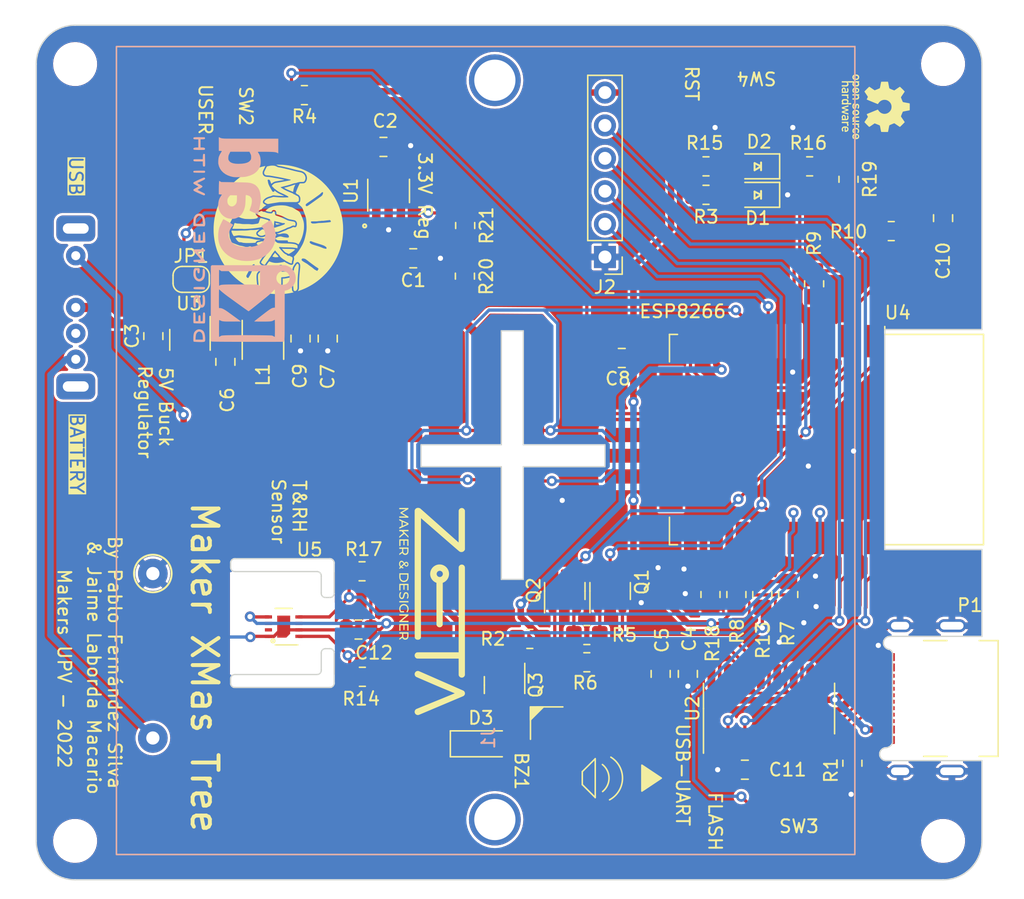
<source format=kicad_pcb>
(kicad_pcb (version 20221018) (generator pcbnew)
  (title_block (comment 4 "AISLER Project ID: BJDXCVPM"))
  (layers (0 "F.Cu" signal) (31 "B.Cu" signal) (34 "B.Paste" user) (35 "F.Paste" user) (36 "B.SilkS" user "B.Silkscreen") (37 "F.SilkS" user "F.Silkscreen") (38 "B.Mask" user) (39 "F.Mask" user) (44 "Edge.Cuts" user))
  (property "AUTHOR_1" "Pablo Fernández Silva")
  (property "AUTHOR_2" "Jaime Laborda")
  (property "AUTHOR_3" "")
  (property "SUBTITLE" "Base")
  (net 0 "")
  (net 1 "+5V")
  (net 2 "GND")
  (net 3 "+3.3V")
  (net 4 "VCC")
  (net 5 "Net-(BZ1-+)")
  (net 6 "/nRST")
  (net 7 "/GPIO16")
  (net 8 "Net-(U3-SW)")
  (net 9 "Net-(U3-BST)")
  (net 10 "/D+")
  (net 11 "/D-")
  (net 12 "Net-(U2-V3)")
  (net 13 "Net-(D1-A)")
  (net 14 "/GPIO0")
  (net 15 "Net-(D2-A)")
  (net 16 "/RX")
  (net 17 "Net-(R13-Pad1)")
  (net 18 "/TX")
  (net 19 "/GPIO2")
  (net 20 "/EN")
  (net 21 "Net-(R16-Pad1)")
  (net 22 "Net-(J1-Pin_2)")
  (net 23 "/GPIO15")
  (net 24 "/SCL")
  (net 25 "/SDA")
  (net 26 "/DIN")
  (net 27 "/BUTTON")
  (net 28 "Net-(P1-CC)")
  (net 30 "Net-(Q1-B)")
  (net 31 "/BUZZER")
  (net 32 "Net-(Q1-E)")
  (net 33 "Net-(Q2-B)")
  (net 34 "Net-(Q2-E)")
  (net 35 "Net-(Q3-B)")
  (net 36 "VBUS")
  (net 37 "/LED")
  (net 38 "/VBATT")
  (footprint "Capacitor_SMD:C_0805_2012Metric" (layer "F.Cu") (at 127.5 86.2 -90)
    (fp_text reference "C7")
    (fp_text value "10uF")
  )
  (footprint "Resistor_SMD:R_0805_2012Metric_Pad1.20x1.40mm_HandSolder" (layer "F.Cu") (at 138.11 77.47 -90)
    (fp_text reference "R21")
    (fp_text value "10k")
  )
  (footprint "Capacitor_SMD:C_0805_2012Metric" (layer "F.Cu") (at 155.3 112.1 -90)
    (fp_text reference "C4")
    (fp_text value "0.1uF")
  )
  (footprint "Library:Pad_tree_Data" (layer "F.Cu") (at 140.1 96.9)
    (fp_text reference "J6" hide)
    (fp_text value "Conn_01x01")
  )
  (footprint "MountingHole:MountingHole_3.2mm_M3_ISO7380" (layer "F.Cu") (at 175 125)
    (fp_text reference "H3" hide)
    (fp_text value "MountingHole")
  )
  (footprint "LOGO" (layer "F.Cu") (at 135.55 107.275 -90)
    (fp_text reference "G***" hide)
    (fp_text value "LOGO" hide)
  )
  (footprint "LED_SMD:LED_0805_2012Metric" (layer "F.Cu") (at 160.7 72.9 180)
    (fp_text reference "D2")
    (fp_text value "LED")
  )
  (footprint "Library:Pad_tree_PS" (layer "F.Cu") (at 140.1 87.7)
    (fp_text reference "J10" hide)
    (fp_text value "Conn_01x01")
  )
  (footprint "Capacitor_SMD:C_0805_2012Metric" (layer "F.Cu") (at 114.04 86.01 -90)
    (fp_text reference "C3")
    (fp_text value "10uF")
  )
  (footprint "Capacitor_SMD:C_0805_2012Metric" (layer "F.Cu") (at 153.2 112.1 -90)
    (fp_text reference "C5")
    (fp_text value "1uF")
  )
  (footprint "Resistor_SMD:R_0805_2012Metric_Pad1.20x1.40mm_HandSolder" (layer "F.Cu") (at 156.7 72.9 180)
    (fp_text reference "R15")
    (fp_text value "330")
  )
  (footprint "Library:Pad_tree_PS" (layer "F.Cu") (at 143.4 90.7)
    (fp_text reference "J9" hide)
    (fp_text value "Conn_01x01")
  )
  (footprint "LED_SMD:LED_0805_2012Metric" (layer "F.Cu") (at 160.7 75.1 180)
    (fp_text reference "D1")
    (fp_text value "LED")
  )
  (footprint "Capacitor_SMD:C_0805_2012Metric" (layer "F.Cu") (at 125.4 86.2 -90)
    (fp_text reference "C9")
    (fp_text value "10uF")
  )
  (footprint "Resistor_SMD:R_0805_2012Metric_Pad1.20x1.40mm_HandSolder" (layer "F.Cu") (at 168 119 -90)
    (fp_text reference "R1")
    (fp_text value "4.7k")
  )
  (footprint "Resistor_SMD:R_0805_2012Metric_Pad1.20x1.40mm_HandSolder" (layer "F.Cu") (at 159.046 105.97 90)
    (fp_text reference "R8")
    (fp_text value "10k")
  )
  (footprint "Jumper:SolderJumper-2_P1.3mm_Open_RoundedPad1.0x1.5mm" (layer "F.Cu") (at 116.96 81.63)
    (fp_text reference "JP1")
    (fp_text value "SolderJumper_2_Open")
  )
  (footprint "Package_TO_SOT_SMD:SOT-23" (layer "F.Cu") (at 149.3 105.7 90)
    (fp_text reference "Q1")
    (fp_text value "S8050")
  )
  (footprint "Inductor_SMD:L_Taiyo-Yuden_MD-3030" (layer "F.Cu") (at 122.5 86.3 90)
    (fp_text reference "L1")
    (fp_text value "4.7u")
  )
  (footprint "Capacitor_SMD:C_0805_2012Metric" (layer "F.Cu") (at 134.1 80)
    (fp_text reference "C1")
    (fp_text value "10uF")
  )
  (footprint "Resistor_SMD:R_0805_2012Metric_Pad1.20x1.40mm_HandSolder" (layer "F.Cu") (at 130.175 112.325)
    (fp_text reference "R14")
    (fp_text value "10k")
  )
  (footprint "Sensor_Humidity:Sensirion_DFN-8-1EP_2.5x2.5mm_P0.5mm_EP1.1x1.7mm" (layer "F.Cu") (at 124.1 108.45 180)
    (fp_text reference "U5")
    (fp_text value "SHT31-DIS")
  )
  (footprint "MountingHole:MountingHole_3.2mm_M3_ISO7380" (layer "F.Cu") (at 175 65)
    (fp_text reference "H2" hide)
    (fp_text value "MountingHole")
  )
  (footprint "Resistor_SMD:R_0805_2012Metric_Pad1.20x1.40mm_HandSolder" (layer "F.Cu") (at 157.046 105.97 90)
    (fp_text reference "R18")
    (fp_text value "10k")
  )
  (footprint "Resistor_SMD:R_0805_2012Metric_Pad1.20x1.40mm_HandSolder" (layer "F.Cu") (at 171 77.9)
    (fp_text reference "R10")
    (fp_text value "10k")
  )
  (footprint "Resistor_SMD:R_0805_2012Metric_Pad1.20x1.40mm_HandSolder" (layer "F.Cu") (at 163.046 105.97 90)
    (fp_text reference "R7")
    (fp_text value "10k")
  )
  (footprint "Resistor_SMD:R_0805_2012Metric_Pad1.20x1.40mm_HandSolder" (layer "F.Cu") (at 164.7 72.9 180)
    (fp_text reference "R16")
    (fp_text value "330")
  )
  (footprint "Library:3PSwitch_Cheap" (layer "F.Cu") (at 106.3 83.8 -90)
    (fp_text reference "SW1" hide)
    (fp_text value "SW_DP3T")
  )
  (footprint "Resistor_SMD:R_0805_2012Metric_Pad1.20x1.40mm_HandSolder" (layer "F.Cu") (at 147.5 111.2)
    (fp_text reference "R6")
    (fp_text value "10k")
  )
  (footprint "Resistor_SMD:R_0805_2012Metric_Pad1.20x1.40mm_HandSolder" (layer "F.Cu") (at 156.7 75.1 180)
    (fp_text reference "R3")
    (fp_text value "330")
  )
  (footprint "Library:Pad_tree_Data" (layer "F.Cu") (at 140.1 93.6)
    (fp_text reference "J3" hide)
    (fp_text value "Conn_01x01")
  )
  (footprint "Library:Pad_tree_PS" (layer "F.Cu") (at 140.1 102.7)
    (fp_text reference "J13" hide)
    (fp_text value "Conn_01x01")
  )
  (footprint "Resistor_SMD:R_0805_2012Metric_Pad1.20x1.40mm_HandSolder" (layer "F.Cu") (at 138.09 81.38 -90)
    (fp_text reference "R20")
    (fp_text value "4.7k")
  )
  (footprint "Library:Pad_tree_PS" (layer "F.Cu") (at 143.4 99.7)
    (fp_text reference "J14" hide)
    (fp_text value "Conn_01x01")
  )
  (footprint "Package_SO:SOIC-16_3.9x9.9mm_P1.27mm" (layer "F.Cu") (at 161.565 114.775 90)
    (fp_text reference "U2")
    (fp_text value "CH340C")
  )
  (footprint "LOGO" (layer "F.Cu") (at 169.8 68.3 -90)
    (fp_text reference "G***" hide)
    (fp_text value "LOGO" hide)
  )
  (footprint "Resistor_SMD:R_0805_2012Metric_Pad1.20x1.40mm_HandSolder" (layer "F.Cu") (at 161.046 105.97 90)
    (fp_text reference "R13")
    (fp_text value "330")
  )
  (footprint "Library:Pad_tree_Data" (layer "F.Cu") (at 143.4 93.6)
    (fp_text reference "J4" hide)
    (fp_text value "Conn_01x01")
  )
  (footprint "RF_Module:ESP-12E" (layer "F.Cu") (at 166 94 -90)
    (fp_text reference "U4")
    (fp_text value "ESP-12F")
  )
  (footprint "Diode_SMD:D_SOD-123" (layer "F.Cu") (at 139.325 117.5)
    (fp_text reference "D3")
    (fp_text value "SD103AW")
  )
  (footprint "Capacitor_SMD:C_0805_2012Metric" (layer "F.Cu") (at 175 76.9 90)
    (fp_text reference "C10")
    (fp_text value "470pF")
  )
  (footprint "Library:Pad_tree_PS" (layer "F.Cu") (at 143.4 102.7)
    (fp_text reference "J12" hide)
    (fp_text value "Conn_01x01")
  )
  (footprint "Package_TO_SOT_SMD:SOT-23-5_HandSoldering" (layer "F.Cu") (at 132.2 74.8 90)
    (fp_text reference "U1")
    (fp_text value "NCP115AMX120TCG")
  )
  (footprint "Package_TO_SOT_SMD:SOT-23" (layer "F.Cu") (at 141.15 112.9625 -90)
    (fp_text reference "Q3")
    (fp_text value "S8050")
  )
  (footprint "LOGO" (layer "F.Cu") (at 123.69 77.77 -90)
    (fp_text reference "G***" hide)
    (fp_text value "LOGO" hide)
  )
  (footprint "Library:Pad_tree_PS" (layer "F.Cu") (at 140.1 90.7)
    (fp_text reference "J8" hide)
    (fp_text value "Conn_01x01")
  )
  (footprint "Resistor_SMD:R_0805_2012Metric_Pad1.20x1.40mm_HandSolder" (layer "F.Cu") (at 125.7 67.4 180)
    (fp_text reference "R4")
    (fp_text value "10k")
  )
  (footprint "Resistor_SMD:R_0805_2012Metric_Pad1.20x1.40mm_HandSolder" (layer "F.Cu") (at 130.15 104.175)
    (fp_text reference "R17")
    (fp_text value "10k")
  )
  (footprint "Library:USB C Molex" (layer "F.Cu") (at 174.17 114 90)
    (fp_text reference "P1")
    (fp_text value "USB_C_Plug_USB2.0")
  )
  (footprint "MountingHole:MountingHole_3.2mm_M3_ISO7380" (layer "F.Cu") (at 108 65)
    (fp_text reference "H4" hide)
    (fp_text value "MountingHole")
  )
  (footprint "Library:Button" (layer "F.Cu") (at 121.025 68.125 -90)
    (fp_text reference "SW2")
    (fp_text value "SW_Push")
  )
  (footprint "Library:Buzzer" (layer "F.Cu") (at 148.65 120.15)
    (fp_text reference "BZ1")
    (fp_text value "Buzzer")
  )
  (footprint "Capacitor_SMD:C_0805_2012Metric" (layer "F.Cu") (at 150.2 87.7)
    (fp_text reference "C8")
    (fp_text value "10uF")
  )
  (footprint "Library:Pad_tree_PS" (layer "F.Cu") (at 143.4 87.7)
    (fp_text reference "J7" hide)
    (fp_text value "Conn_01x01")
  )
  (footprint "Resistor_SMD:R_0805_2012Metric_Pad1.20x1.40mm_HandSolder" (layer "F.Cu") (at 165.046 81.97 -90)
    (fp_text reference "R9")
    (fp_text value "10k")
  )
  (footprint "Connector_PinHeader_2.54mm:PinHeader_1x06_P2.54mm_Vertical" (layer "F.Cu") (at 148.9 79.9 180)
    (fp_text reference "J2")
    (fp_text value "Conn_01x06_Female")
  )
  (footprint "Library:Button" (layer "F.Cu") (at 163.8 123.65)
    (fp_text reference "SW3")
    (fp_text value "SW_Push")
  )
  (footprint "Resistor_SMD:R_0805_2012Metric_Pad1.20x1.40mm_HandSolder" (layer "F.Cu") (at 167.7 73.9 -90)
    (fp_text reference "R19")
    (fp_text value "330")
  )
  (footprint "Library:Pad_tree_Data" (layer "F.Cu") (at 143.4 96.9)
    (fp_text reference "J5" hide)
    (fp_text value "Conn_01x01")
  )
  (footprint "Package_TO_SOT_SMD:SOT-23" (layer "F.Cu") (at 145.8 105.7 90)
    (fp_text reference "Q2")
    (fp_text value "S8050")
  )
  (footprint "Library:Pad_tree_PS" (layer "F.Cu") (at 140.1 99.7)
    (fp_text reference "J11" hide)
    (fp_text value "Conn_01x01")
  )
  (footprint "MountingHole:MountingHole_3.2mm_M3_ISO7380" (layer "F.Cu") (at 108 125)
    (fp_text reference "H1" hide)
    (fp_text value "MountingHole")
  )
  (footprint "Capacitor_SMD:C_0805_2012Metric" (layer "F.Cu") (at 129.875 108.675 180)
    (fp_text reference "C12")
    (fp_text value "0.1uF")
  )
  (footprint "Capacitor_SMD:C_0805_2012Metric" (layer "F.Cu") (at 119.6 88 90)
    (fp_text reference "C6")
    (fp_text value "100nF")
  )
  (footprint "Package_TO_SOT_SMD:TSOT-23-6" (layer "F.Cu") (at 116.866 86.3 -90)
    (fp_text reference "U3")
    (fp_text value "AP63205WU")
  )
  (footprint "Capacitor_SMD:C_0805_2012Metric" (layer "F.Cu") (at 131.8 71.4)
    (fp_text reference "C2")
    (fp_text value "10uF")
  )
  (footprint "Resistor_SMD:R_0805_2012Metric_Pad1.20x1.40mm_HandSolder" (layer "F.Cu") (at 147.5 109.1 180)
    (fp_text reference "R5")
    (fp_text value "10k")
  )
  (footprint "Capacitor_SMD:C_0805_2012Metric" (layer "F.Cu") (at 159.7 119.5 180)
    (fp_text reference "C11")
    (fp_text value "0.1uF")
  )
  (footprint "Library:Button" (layer "F.Cu") (at 160.6 65.9 180)
    (fp_text reference "SW4")
    (fp_text value "SW_Push")
  )
  (footprint "Resistor_SMD:R_0805_2012Metric_Pad1.20x1.40mm_HandSolder" (layer "F.Cu") (at 143.1 109.4)
    (fp_text reference "R2")
    (fp_text value "330")
  )
  (footprint "Library:Battery" (layer "B.Cu") (at 140.4 117.05 -90)
    (fp_text reference "J1")
    (fp_text value "Battery")
  )
  (footprint "LOGO" (layer "B.Cu") (at 121.04 78.68 90)
    (fp_text reference "G***" hide)
    (fp_text value "LOGO" hide)
  )
  (gr_line (start 160.45 73.2) (end 160.95 72.9) (stroke (width 0.15)) (layer "F.SilkS"))
  (gr_circle (center 114 104.346556) (end 115.3 104.996556) (stroke (width 0.15)) (fill none) (layer "F.SilkS"))
  (gr_circle (center 123.275 109.55) (end 123.325 109.55) (stroke (width 0.15)) (fill none) (layer "F.SilkS"))
  (gr_line (start 160.95 75.1) (end 160.45 74.85) (stroke (width 0.15)) (layer "F.SilkS"))
  (gr_circle (center 130.35 77.5) (end 130.4 77.5) (stroke (width 0.15)) (fill none) (layer "F.SilkS"))
  (gr_line (start 160.95 74.8) (end 160.95 75.4) (stroke (width 0.15)) (layer "F.SilkS"))
  (gr_line (start 160.45 74.85) (end 160.45 75.4) (stroke (width 0.15)) (layer "F.SilkS"))
  (gr_line (start 160.95 72.6) (end 160.95 73.2) (stroke (width 0.15)) (layer "F.SilkS"))
  (gr_line (start 160.45 72.65) (end 160.45 73.2) (stroke (width 0.15)) (layer "F.SilkS"))
  (gr_line (start 160.95 72.9) (end 160.45 72.65) (stroke (width 0.15)) (layer "F.SilkS"))
  (gr_line (start 160.45 75.4) (end 160.95 75.1) (stroke (width 0.15)) (layer "F.SilkS"))
  (gr_arc (start 127.65 110.15) (mid 127.887132 110.227513) (end 128 110.45) (stroke (width 0.1)) (layer "Edge.Cuts"))
  (gr_line (start 178 125) (end 178 118.8) (stroke (width 0.1)) (layer "Edge.Cuts"))
  (gr_arc (start 108 128) (mid 105.87868 127.12132) (end 105 125) (stroke (width 0.1)) (layer "Edge.Cuts"))
  (gr_line (start 148.9 96.1) (end 142.6 96.1) (stroke (width 0.1)) (layer "Edge.Cuts"))
  (gr_arc (start 175 62) (mid 177.12132 62.87868) (end 178 65) (stroke (width 0.1)) (layer "Edge.Cuts"))
  (gr_line (start 120.35 104.2) (end 126.7 104.2) (stroke (width 0.1)) (layer "Edge.Cuts"))
  (gr_line (start 178 85.5) (end 178 65) (stroke (width 0.1)) (layer "Edge.Cuts"))
  (gr_arc (start 128 112.8) (mid 127.902439 113.052439) (end 127.65 113.15) (stroke (width 0.1)) (layer "Edge.Cuts"))
  (gr_arc (start 120.35 104.2) (mid 120.097559 104.102441) (end 120 103.85) (stroke (width 0.1)) (layer "Edge.Cuts"))
  (gr_line (start 178 118.8) (end 170.6 118.8) (stroke (width 0.1)) (layer "Edge.Cuts"))
  (gr_line (start 140.9 104.8) (end 140.9 96.1) (stroke (width 0.1)) (layer "Edge.Cuts"))
  (gr_line (start 142.6 104.8) (end 140.9 104.8) (stroke (width 0.1)) (layer "Edge.Cuts"))
  (gr_line (start 127.3 106.2) (end 127.65 106.2) (stroke (width 0.1)) (layer "Edge.Cuts"))
  (gr_arc (start 120 112.5) (mid 120.097559 112.247559) (end 120.35 112.15) (stroke (width 0.1)) (layer "Edge.Cuts"))
  (gr_line (start 140.9 96.1) (end 134.7 96.1) (stroke (width 0.1)) (layer "Edge.Cuts"))
  (gr_arc (start 170.6 118.8) (mid 170.1 118.3) (end 170.6 117.8) (stroke (width 0.1)) (layer "Edge.Cuts"))
  (gr_line (start 120 112.85) (end 120 112.5) (stroke (width 0.1)) (layer "Edge.Cuts"))
  (gr_line (start 140.9 94.4) (end 140.9 85.6) (stroke (width 0.1)) (layer "Edge.Cuts"))
  (gr_arc (start 120 103.5) (mid 120.112868 103.277513) (end 120.35 103.2) (stroke (width 0.1)) (layer "Edge.Cuts"))
  (gr_line (start 142.6 85.6) (end 142.6 94.4) (stroke (width 0.1)) (layer "Edge.Cuts"))
  (gr_line (start 170.5 85.5) (end 178 85.5) (stroke (width 0.1)) (layer "Edge.Cuts"))
  (gr_line (start 134.7 96.1) (end 134.7 94.4) (stroke (width 0.1)) (layer "Edge.Cuts"))
  (gr_line (start 134.7 94.4) (end 140.9 94.4) (stroke (width 0.1)) (layer "Edge.Cuts"))
  (gr_arc (start 126.7 104.2) (mid 126.922487 104.312868) (end 127 104.55) (stroke (width 0.1)) (layer "Edge.Cuts"))
  (gr_arc (start 105 65) (mid 105.87868 62.87868) (end 108 62) (stroke (width 0.1)) (layer "Edge.Cuts"))
  (gr_arc (start 171.1 117.4) (mid 170.912526 117.67817) (end 170.6 117.8) (stroke (width 0.1)) (layer "Edge.Cuts"))
  (gr_line (start 128 105.9) (end 128 103.55) (stroke (width 0.1)) (layer "Edge.Cuts"))
  (gr_line (start 171.1 117.4) (end 171.1 110.6) (stroke (width 0.1)) (layer "Edge.Cuts"))
  (gr_line (start 142.6 96.1) (end 142.6 104.8) (stroke (width 0.1)) (layer "Edge.Cuts"))
  (gr_line (start 178 109.2) (end 178 102.5) (stroke (width 0.1)) (layer "Edge.Cuts"))
  (gr_line (start 140.9 85.6) (end 142.6 85.6) (stroke (width 0.1)) (layer "Edge.Cuts"))
  (gr_line (start 148.9 94.4) (end 148.9 96.1) (stroke (width 0.1)) (layer "Edge.Cuts"))
  (gr_line (start 105 65) (end 105 125) (stroke (width 0.1)) (layer "Edge.Cuts"))
  (gr_line (start 108 128) (end 175 128) (stroke (width 0.1)) (layer "Edge.Cuts"))
  (gr_line (start 170.5 102.5) (end 170.5 85.5) (stroke (width 0.1)) (layer "Edge.Cuts"))
  (gr_line (start 178 102.5) (end 170.5 102.5) (stroke (width 0.1)) (layer "Edge.Cuts"))
  (gr_line (start 120.35 112.15) (end 126.7 112.15) (stroke (width 0.1)) (layer "Edge.Cuts"))
  (gr_line (start 128 110.45) (end 128 112.8) (stroke (width 0.1)) (layer "Edge.Cuts"))
  (gr_arc (start 170.8 110.2) (mid 170.397506 109.654751) (end 170.9 109.2) (stroke (width 0.1)) (layer "Edge.Cuts"))
  (gr_arc (start 127 111.8) (mid 126.922487 112.037132) (end 126.7 112.15) (stroke (width 0.1)) (layer "Edge.Cuts"))
  (gr_line (start 170.9 109.2) (end 178 109.2) (stroke (width 0.1)) (layer "Edge.Cuts"))
  (gr_line (start 127.65 113.15) (end 120.35 113.15) (stroke (width 0.1)) (layer "Edge.Cuts"))
  (gr_arc (start 127.65 103.2) (mid 127.902444 103.297556) (end 128 103.55) (stroke (width 0.1)) (layer "Edge.Cuts"))
  (gr_line (start 127 111.8) (end 127 110.5) (stroke (width 0.1)) (layer "Edge.Cuts"))
  (gr_line (start 127.3 110.15) (end 127.65 110.15) (stroke (width 0.1)) (layer "Edge.Cuts"))
  (gr_line (start 175 62) (end 108 62) (stroke (width 0.1)) (layer "Edge.Cuts"))
  (gr_arc (start 127.3 106.2) (mid 127.077513 106.087132) (end 127 105.85) (stroke (width 0.1)) (layer "Edge.Cuts"))
  (gr_arc (start 120.35 113.15) (mid 120.112868 113.072487) (end 120 112.85) (stroke (width 0.1)) (layer "Edge.Cuts"))
  (gr_arc (start 178 125) (mid 177.12132 127.12132) (end 175 128) (stroke (width 0.1)) (layer "Edge.Cuts"))
  (gr_arc (start 128 105.9) (mid 127.887132 106.122487) (end 127.65 106.2) (stroke (width 0.1)) (layer "Edge.Cuts"))
  (gr_line (start 120 103.5) (end 120 103.85) (stroke (width 0.1)) (layer "Edge.Cuts"))
  (gr_line (start 127 104.55) (end 127 105.85) (stroke (width 0.1)) (layer "Edge.Cuts"))
  (gr_line (start 127.65 103.2) (end 120.35 103.2) (stroke (width 0.1)) (layer "Edge.Cuts"))
  (gr_arc (start 170.8 110.2) (mid 171.022889 110.345327) (end 171.1 110.6) (stroke (width 0.1)) (layer "Edge.Cuts"))
  (gr_line (start 142.6 94.4) (end 148.9 94.4) (stroke (width 0.1)) (layer "Edge.Cuts"))
  (gr_arc (start 127 110.5) (mid 127.077513 110.262868) (end 127.3 110.15) (stroke (width 0.1)) (layer "Edge.Cuts"))
  (gr_text "T&RH \nSensor" (at 124.5 99.55 270) (layer "F.SilkS") (effects (font (size 1 1))))
  (gr_text "5V Buck \nRegulator\n" (at 114.19 91.88 270) (layer "F.SilkS") (effects (font (size 1 1))))
  (gr_text "RST" (at 155.6 66.5 270) (layer "F.SilkS") (effects (font (size 1 1))))
  (gr_text "By Pablo Fernández Silva \n& Jaime Laborda Macario\n" (at 110.25 111.6 270) (layer "F.SilkS") (effects (font (size 1 1))))
  (gr_text "FLASH\n" (at 157.4 123.5 270) (layer "F.SilkS") (effects (font (size 1 1))))
  (gr_text "BATTERY" (at 108.125 95.075 270) (layer "F.SilkS" knockout) (effects (font (size 1 1))))
  (gr_text "3.3V Reg" (at 135 75.2 270) (layer "F.SilkS") (effects (font (size 1 1))))
  (gr_text "USB" (at 108.05 73.65 -90) (layer "F.SilkS" knockout) (effects (font (size 1 1))))
  (gr_text "Makers UPV - 2022" (at 107.16 111.69 270) (layer "F.SilkS") (effects (font (size 1 1))))
  (gr_text "USB-UART" (at 154.9 119.9 270) (layer "F.SilkS") (effects (font (size 1 1))))
  (gr_text "ESP8266" (at 154.9 84.1) (layer "F.SilkS") (effects (font (size 1 1))))
  (gr_text "USER" (at 118.05 68.5 270) (layer "F.SilkS") (effects (font (size 1 1))))
  (gr_text "Maker XMas Tree" (at 117.98 111.61 270) (layer "F.SilkS") (effects (font (size 2 2) (thickness 0.3))))
  (segment (start 130.975 101.45) (end 130.975 87.675) (width 0.5) (layer "F.Cu") (net 1))
  (segment (start 133.1 77.8) (end 133.1 79.4) (width 0.5) (layer "F.Cu") (net 1))
  (segment (start 133.05 76.76) (end 133.1 76.81) (width 0.5) (layer "F.Cu") (net 1))
  (segment (start 147 118.5) (end 147 125.35) (width 0.5) (layer "F.Cu") (net 1))
  (segment (start 137.575 124.775) (end 137.575 108.05) (width 0.5) (layer "F.Cu") (net 1))
  (segment (start 131.25 78.95) (end 131.25 76.15) (width 0.5) (layer "F.Cu") (net 1))
  (segment (start 147 125.35) (end 146.25 126.1) (width 0.5) (layer "F.Cu") (net 1))
  (segment (start 128.55 85.25) (end 127.5 85.25) (width 0.5) (layer "F.Cu") (net 1))
  (segment (start 133.15 80) (end 140.1 86.95) (width 0.7) (layer "F.Cu") (net 1))
  (segment (start 117.816 85.1625) (end 117.816 81.836) (width 0.7) (layer "F.Cu") (net 1))
  (segment (start 133.1 76.81) (end 133.1 77.8) (width 0.5) (layer "F.Cu") (net 1))
  (segment (start 127.675 85.2) (end 132.425 80.45) (width 0.7) (layer "F.Cu") (net 1))
  (segment (start 132.425 80.45) (end 133.05 80.45) (width 0.7) (layer "F.Cu") (net 1))
  (segment (start 133.15 80) (end 132.3 80) (width 0.5) (layer "F.Cu") (net 1))
  (segment (start 137.575 108.05) (end 130.975 101.45) (width 0.5) (layer "F.Cu") (net 1))
  (segment (start 117.816 81.836) (end 117.61 81.63) (width 0.7) (layer "F.Cu") (net 1))
  (segment (start 122.1625 85.1625) (end 122.2 85.2) (width 0.7) (layer "F.Cu") (net 1))
  (segment (start 133.1 79.4) (end 133.05 79.45) (width 0.5) (layer "F.Cu") (net 1))
  (segment (start 122.2 85.2) (end 127.675 85.2) (width 0.7) (layer "F.Cu") (net 1))
  (segment (start 140.1 86.95) (end 140.1 87.7) (width 0.7) (layer "F.Cu") (net 1))
  (segment (start 117.816 85.1625) (end 122.1625 85.1625) (width 0.7) (layer "F.Cu") (net 1))
  (segment (start 130.975 87.675) (end 128.55 85.25) (width 0.5) (layer "F.Cu") (net 1))
  (segment (start 138.9 126.1) (end 137.575 124.775) (width 0.5) (layer "F.Cu") (net 1))
  (segment (start 144.9 116.4) (end 147 118.5) (width 0.5) (layer "F.Cu") (net 1))
  (segment (start 132.3 80) (end 131.25 78.95) (width 0.5) (layer "F.Cu") (net 1))
  (segment (start 146.25 126.1) (end 138.9 126.1) (width 0.5) (layer "F.Cu") (net 1))
  (segment (start 169.9 118.668057) (end 170.964308 119.732365) (width 0.25) (layer "F.Cu") (net 2))
  (segment (start 124.1 108.45) (end 124.35 108.7) (width 0.25) (layer "F.Cu") (net 2))
  (segment (start 128.9 108.7) (end 125.275 108.7) (width 0.25) (layer "F.Cu") (net 2))
  (segment (start 170.49 110.39) (end 170 109.9) (width 0.25) (layer "F.Cu") (net 2))
  (segment (start 124.35 108.7) (end 125.275 108.7) (width 0.25) (layer "F.Cu") (net 2))
  (segment (start 122.925 109.2) (end 121.575 109.2) (width 0.25) (layer "F.Cu") (net 2))
  (segment (start 121.575 109.2) (end 121.525 109.25) (width 0.25) (layer "F.Cu") (net 2))
  (segment (start 170.49 110.8) (end 170.49 110.39) (width 0.25) (layer "F.Cu") (net 2))
  (segment (start 123.35 109.2) (end 124.1 108.45) (width 0.25) (layer "F.Cu") (net 2))
  (segment (start 170 109.9) (end 170 109.249308) (width 0.25) (layer "F.Cu") (net 2))
  (segment (start 170.1 117.2) (end 169.9 117.4) (width 0.25) (layer "F.Cu") (net 2))
  (segment (start 170 109.249308) (end 170.964308 108.285) (width 0.25) (layer "F.Cu") (net 2))
  (segment (start 170.49 117.2) (end 170.1 117.2) (width 0.25) (layer "F.Cu") (net 2))
  (segment (start 128.925 108.675) (end 128.9 108.7) (width 0.25) (layer "F.Cu") (net 2))
  (segment (start 122.925 109.2) (end 123.35 109.2) (width 0.25) (layer "F.Cu") (net 2))
  (segment (start 169.9 117.4) (end 169.9 118.668057) (width 0.25) (layer "F.Cu") (net 2))
  (via (at 163.39 88.79) (size 0.8) (drill 0.4) (layers "F.Cu" "B.Cu") (net 2))
  (via (at 168.09 94.89) (size 0.8) (drill 0.4) (layers "F.Cu" "B.Cu") (net 2))
  (via (at 155 104) (size 0.8) (drill 0.4) (layers "F.Cu" "B.Cu") (net 2))
  (via (at 165.15 104.55) (size 0.8) (drill 0.4) (layers "F.Cu" "B.Cu") (net 2))
  (via (at 167.9 121.4) (size 0.8) (drill 0.4) (layers "F.Cu" "B.Cu") (net 2))
  (via (at 157.4 69.9) (size 0.8) (drill 0.4) (layers "F.Cu" "B.Cu") (net 2))
  (via (at 125.4 87.15) (size 0.8) (drill 0.4) (layers "F.Cu" "B.Cu") (net 2))
  (via (at 157.6 119.5) (size 0.8) (drill 0.4) (layers "F.Cu" "B.Cu") (net 2))
  (via (at 155.1 105.9) (size 0.8) (drill 0.4) (layers "F.Cu" "B.Cu") (net 2))
  (via (at 170 109.9) (size 0.8) (drill 0.4) (layers "F.Cu" "B.Cu") (net 2))
  (via (at 133.9 71.3) (size 0.8) (drill 0.4) (layers "F.Cu" "B.Cu") (net 2))
  (via (at 163 75.1) (size 0.8) (drill 0.4) (layers "F.Cu" "B.Cu") (net 2))
  (via (at 127.5 87.15) (size 0.8) (drill 0.4) (layers "F.Cu" "B.Cu") (net 2))
  (via (at 153 103.9) (size 0.8) (drill 0.4) (layers "F.Cu" "B.Cu") (net 2))
  (via (at 132.2 77.8) (size 0.8) (drill 0.4) (layers "F.Cu" "B.Cu") (net 2))
  (via (at 165.2 106.9) (size 0.8) (drill 0.4) (layers "F.Cu" "B.Cu") (net 2))
  (via (at 145.6 98.7) (size 0.8) (drill 0.4) (layers "F.Cu" "B.Cu") (net 2))
  (via (at 136.2 80) (size 0.8) (drill 0.4) (layers "F.Cu" "B.Cu") (net 2))
  (via (at 162.35 109.65) (size 0.8) (drill 0.4) (layers "F.Cu" "B.Cu") (net 2))
  (via (at 151.7 106.6) (size 0.8) (drill 0.4) (layers "F.Cu" "B.Cu") (net 2))
  (via (at 155.3 113.05) (size 0.8) (drill 0.4) (layers "F.Cu" "B.Cu") (net 2))
  (via (at 164.6 96.05) (size 0.8) (drill 0.4) (layers "F.Cu" "B.Cu") (net 2))
  (via (at 163.4 69.9) (size 0.8) (drill 0.4) (layers "F.Cu" "B.Cu") (net 2))
  (via (at 164.25 108.15) (size 0.8) (drill 0.4) (layers "F.Cu" "B.Cu") (net 2))
  (via (at 121.525 109.25) (size 0.8) (drill 0.4) (layers "F.Cu" "B.Cu") (net 2))
  (segment (start 118.95 109.25) (end 114 104.3) (width 0.25) (layer "B.Cu") (net 2))
  (segment (start 121.525 109.25) (end 118.95 109.25) (width 0.25) (layer "B.Cu") (net 2))
  (segment (start 155.5 88.5) (end 155.5 86.4) (width 0.25) (layer "F.Cu") (net 3))
  (segment (start 148.9 67.2) (end 146.2 67.2) (width 0.5) (layer "F.Cu") (net 3))
  (segment (start 131.55 108.675) (end 130.825 108.675) (width 0.25) (layer "F.Cu") (net 3))
  (segment (start 155.5 73.1) (end 155.7 72.9) (width 0.5) (layer "F.Cu") (net 3))
  (segment (start 157.816 108.2) (end 159.046 106.97) (width 0.25) (layer "F.Cu") (net 3))
  (segment (start 137.4 70) (end 134.5 67.1) (width 0.5) (layer "F.Cu") (net 3))
  (segment (start 130.825 104.5) (end 131.15 104.175) (width 0.25) (layer "F.Cu") (net 3))
  (segment (start 131.175 112.325) (end 130.825 111.975) (width 0.25) (layer "F.Cu") (net 3))
  (segment (start 130.8 71.4) (end 130.85 71.4) (width 0.5) (layer "F.Cu") (net 3))
  (segment (start 160.016 106) (end 163 106) (width 0.25) (layer "F.Cu") (net 3))
  (segment (start 122.925 107.7) (end 121.725 107.7) (width 0.25) (layer "F.Cu") (net 3))
  (segment (start 131.25 71.8) (end 130.85 71.4) (width 0.5) (layer "F.Cu") (net 3))
  (segment (start 126.7 67.4) (end 126.8 67.4) (width 0.5) (layer "F.Cu") (net 3))
  (segment (start 148.9 67.2) (end 151.2 67.2) (width 0.5) (layer "F.Cu") (net 3))
  (segment (start 151.1 82.9) (end 151.1 91.1) (width 0.5) (layer "F.Cu") (net 3))
  (segment (start 165.046 80.97) (end 166.325 82.249) (width 0.25) (layer "F.Cu") (net 3))
  (segment (start 154 77.7) (end 151.1 80.6) (width 0.5) (layer "F.Cu") (net 3))
  (segment (start 126.8 67.4) (end 130.8 71.4) (width 0.5) (layer "F.Cu") (net 3))
  (segment (start 151.1 91.1) (end 151.1 87.9) (width 0.5) (layer "F.Cu") (net 3))
  (segment (start 157.1 108.2) (end 155.3 108.2) (width 0.5) (layer "F.Cu") (net 3))
  (segment (start 152.6 86.4) (end 155.5 86.4) (width 0.5) (layer "F.Cu") (net 3))
  (segment (start 166.93 80.97) (end 170 77.9) (width 0.25) (layer "F.Cu") (net 3))
  (segment (start 151.1 87.9) (end 152.6 86.4) (width 0.5) (layer "F.Cu") (net 3))
  (segment (start 132.025 108.2) (end 131.55 108.675) (width 0.25) (layer "F.Cu") (net 3))
  (segment (start 157 90) (end 155.5 88.5) (width 0.25) (layer "F.Cu") (net 3))
  (segment (start 146.2 67.2) (end 143.4 70) (width 0.5) (layer "F.Cu") (net 3))
  (segment (start 154 73.1) (end 154 77.7) (width 0.5) (layer "F.Cu") (net 3))
  (segment (start 155.3 108.2) (end 151.1 104) (width 0.5) (layer "F.Cu") (net 3))
  (segment (start 143.4 70) (end 137.4 70) (width 0.5) (layer "F.Cu") (net 3))
  (segment (start 165.046 80.97) (end 166.93 80.97) (width 0.25) (layer "F.Cu") (net 3))
  (segment (start 151.1 80.6) (end 151.1 83) (width 0.5) (layer "F.Cu") (net 3))
  (segment (start 130.825 111.975) (end 130.825 108.675) (width 0.25) (layer "F.Cu") (net 3))
  (segment (start 151.1 104) (end 151.1 98.7) (width 0.5) (layer "F.Cu") (net 3))
  (segment (start 166.325 87.975) (end 164.3 90) (width 0.25) (layer "F.Cu") (net 3))
  (segment (start 131.25 73.45) (end 131.25 71.8) (width 0.5) (layer "F.Cu") (net 3))
  (segment (start 166.325 82.249) (end 166.325 87.975) (width 0.25) (layer "F.Cu") (net 3))
  (segment (start 164.3 90) (end 157 90) (width 0.25) (layer "F.Cu") (net 3))
  (segment (start 121.5 107.675) (end 121.7 107.725) (width 0.25) (layer "F.Cu") (net 3))
  (segment (start 130.825 108.675) (end 130.825 104.5) (width 0.25) (layer "F.Cu") (net 3))
  (segment (start 151.2 67.2) (end 154 70) (width 0.5) (layer "F.Cu") (net 3))
  (segment (start 154 70) (end 154 73.1) (width 0.5) (layer "F.Cu") (net 3))
  (segment (start 157.1 108.2) (end 157.816 108.2) (width 0.25) (layer "F.Cu") (net 3))
  (segment (start 163 106) (end 163.046 106.046) (width 0.25) (layer "F.Cu") (net 3))
  (segment (start 159.046 106.97) (end 160.016 106) (width 0.25) (layer "F.Cu") (net 3))
  (segment (start 121.725 107.7) (end 121.5 107.675) (width 0.25) (layer "F.Cu") (net 3))
  (segment (start 163.046 106.046) (end 163.046 106.97) (width 0.25) (layer "F.Cu") (net 3))
  (segment (start 134.5 67.1) (end 127 67.1) (width 0.5) (layer "F.Cu") (net 3))
  (segment (start 154 73.1) (end 155.5 73.1) (width 0.5) (layer "F.Cu") (net 3))
  (via (at 157.1 108.2) (size 0.8) (drill 0.4) (layers "F.Cu" "B.Cu") (net 3))
  (via (at 151.1 91.1) (size 0.8) (drill 0.4) (layers "F.Cu" "B.Cu") (net 3))
  (via (at 151.1 98.7) (size 0.8) (drill 0.4) (layers "F.Cu" "B.Cu") (net 3))
  (via (at 132.025 108.2) (size 0.8) (drill 0.4) (layers "F.Cu" "B.Cu") (net 3))
  (via (at 121.5 107.675) (size 0.8) (drill 0.4) (layers "F.Cu" "B.Cu") (net 3))
  (segment (start 122.025 108.2) (end 121.5 107.675) (width 0.25) (layer "B.Cu") (net 3))
  (segment (start 132.025 108.2) (end 122.025 108.2) (width 0.25) (layer "B.Cu") (net 3))
  (segment (start 151.1 98.7) (end 151.1 91.1) (width 0.5) (layer "B.Cu") (net 3))
  (segment (start 132.025 108.2) (end 157.1 108.2) (width 0.25) (layer "B.Cu") (net 3))
  (segment (start 114.1425 85.1625) (end 116.866 85.1625) (width 0.7) (layer "F.Cu") (net 4))
  (segment (start 116.4 78.225) (end 116.4 81.54) (width 0.25) (layer "F.Cu") (net 4))
  (segment (start 116.31 81.63) (end 116.28 81.6) (width 0.7) (layer "F.Cu") (net 4))
  (segment (start 116.31 81.63) (end 115.02 81.63) (width 0.7) (layer "F.Cu") (net 4))
  (segment (start 114.025 85.045) (end 114.04 85.06) (width 0.7) (layer "F.Cu") (net 4))
  (segment (start 110.935 85.06) (end 109.675 83.8) (width 0.7) (layer "F.Cu") (net 4))
  (segment (start 109.675 83.8) (end 108.05 83.8) (width 0.7) (layer "F.Cu") (net 4))
  (segment (start 135.25 76.5) (end 138.08 76.5) (width 0.25) (layer "F.Cu") (net 4))
  (segment (start 115.02 81.63) (end 114.025 82.625) (width 0.7) (layer "F.Cu") (net 4))
  (segment (start 116.4 81.54) (end 116.31 81.63) (width 0.25) (layer "F.Cu") (net 4))
  (segment (start 114.025 82.625) (end 114.025 85.045) (width 0.7) (layer "F.Cu") (net 4))
  (segment (start 114.04 85.06) (end 114.1425 85.1625) (width 0.7) (layer "F.Cu") (net 4))
  (segment (start 116.55 78.075) (end 116.4 78.225) (width 0.25) (layer "F.Cu") (net 4))
  (segment (start 114.04 85.06) (end 110.935 85.06) (width 0.7) (layer "F.Cu") (net 4))
  (via (at 135.25 76.5) (size 0.8) (drill 0.4) (layers "F.Cu" "B.Cu") (net 4))
  (via (at 116.55 78.075) (size 0.8) (drill 0.4) (layers "F.Cu" "B.Cu") (net 4))
  (segment (start 118 76.5) (end 135.25 76.5) (width 0.25) (layer "B.Cu") (net 4))
  (segment (start 135.275 76.5) (end 135.325 76.55) (width 0.25) (layer "B.Cu") (net 4))
  (segment (start 135.25 76.5) (end 135.275 76.5) (width 0.25) (layer "B.Cu") (net 4))
  (segment (start 118 76.5) (end 116.55 77.95) (width 0.25) (layer "B.Cu") (net 4))
  (segment (start 116.55 78.075) (end 116.525 78.075) (width 0.25) (layer "B.Cu") (net 4))
  (segment (start 116.55 77.95) (end 116.55 78.075) (width 0.25) (layer "B.Cu") (net 4))
  (segment (start 144.9 122.1) (end 144.9 123.9) (width 0.5) (layer "F.Cu") (net 5))
  (segment (start 141.15 113.9) (end 141.15 118.35) (width 0.5) (layer "F.Cu") (net 5))
  (segment (start 141.15 118.35) (end 144.9 122.1) (width 0.5) (layer "F.Cu") (net 5))
  (segment (start 169.5 88.3) (end 169.5 86.4) (width 0.25) (layer "F.Cu") (net 6))
  (segment (start 172 75.2) (end 172 77.9) (width 0.25) (layer "F.Cu") (net 6))
  (segment (start 172 77.9) (end 172 81.5) (width 0.25) (layer "F.Cu") (net 6))
  (segment (start 172 75.2) (end 171.7 74.9) (width 0.25) (layer "F.Cu") (net 6))
  (segment (start 164.4 93.4) (end 169.5 88.3) (width 0.25) (layer "F.Cu") (net 6))
  (segment (start 175 77.85) (end 172.05 77.85) (width 0.25) (layer "F.Cu") (net 6))
  (segment (start 159.2 98.6) (end 164.4 93.4) (width 0.25) (layer "F.Cu") (net 6))
  (segment (start 172.05 77.85) (end 172 77.9) (width 0.25) (layer "F.Cu") (net 6))
  (segment (start 145.8 104.6) (end 147.4 103) (width 0.25) (layer "F.Cu") (net 6))
  (segment (start 169.5 84) (end 169.5 86.4) (width 0.25) (layer "F.Cu") (net 6))
  (segment (start 172 81.5) (end 169.5 84) (width 0.25) (layer "F.Cu") (net 6))
  (segment (start 171.7 74.9) (end 167.7 74.9) (width 0.25) (layer "F.Cu") (net 6))
  (segment (start 145.8 104.7625) (end 145.8 104.6) (width 0.25) (layer "F.Cu") (net 6))
  (via (at 159.2 98.6) (size 0.8) (drill 0.4) (layers "F.Cu" "B.Cu") (net 6))
  (via (at 147.4 103) (size 0.8) (drill 0.4) (layers "F.Cu" "B.Cu") (net 6))
  (via (at 164.4 93.4) (size 0.8) (drill 0.4) (layers "F.Cu" "B.Cu") (net 6))
  (segment (start 150.9 99.5) (end 158.3 99.5) (width 0.25) (layer "B.Cu") (net 6))
  (segment (start 162.5 80.4) (end 154.48 80.4) (width 0.25) (layer "B.Cu") (net 6))
  (segment (start 147.4 103) (end 150.9 99.5) (width 0.25) (layer "B.Cu") (net 6))
  (segment (start 164.4 82.3) (end 162.5 80.4) (width 0.25) (layer "B.Cu") (net 6))
  (segment (start 154.48 80.4) (end 148.9 74.82) (width 0.25) (layer "B.Cu") (net 6))
  (segment (start 164.4 93.4) (end 164.4 82.3) (width 0.25) (layer "B.Cu") (net 6))
  (segment (start 158.3 99.5) (end 159.2 98.6) (width 0.25) (layer "B.Cu") (net 6))
  (segment (start 163.5 80.3) (end 163.5 86.4) (width 0.25) (layer "F.Cu") (net 7))
  (segment (start 161.6375 72.9) (end 163.7 72.9) (width 0.25) (layer "F.Cu") (net 7))
  (segment (start 163.9375 79.8625) (end 163.5 80.3) (width 0.25) (layer "F.Cu") (net 7))
  (segment (start 163.9375 79.8625) (end 163.9375 73.1375) (width 0.25) (layer "F.Cu") (net 7))
  (segment (start 163.9375 73.1375) (end 163.7 72.9) (width 0.25) (layer "F.Cu") (net 7))
  (segment (start 121.625 87.4) (end 120.075 88.95) (width 0.5) (layer "F.Cu") (net 8))
  (segment (start 122.5 87.4) (end 121.625 87.4) (width 0.5) (layer "F.Cu") (net 8))
  (segment (start 117.817472 88.95) (end 119.6 88.95) (width 0.5) (layer "F.Cu") (net 8))
  (segment (start 120.075 88.95) (end 119.6 88.95) (width 0.5) (layer "F.Cu") (net 8))
  (segment (start 116.866 87.998528) (end 117.817472 88.95) (width 0.5) (layer "F.Cu") (net 8))
  (segment (start 116.866 87.4375) (end 116.866 87.998528) (width 0.5) (layer "F.Cu") (net 8))
  (segment (start 117.816 87.4375) (end 119.2125 87.4375) (width 0.5) (layer "F.Cu") (net 9))
  (segment (start 119.2125 87.4375) (end 119.6 87.05) (width 0.5) (layer "F.Cu") (net 9))
  (segment (start 163.7437 115.825) (end 167.5932 115.825) (width 0.2) (layer "F.Cu") (net 10))
  (segment (start 169.1932 114.225) (end 167.5932 115.825) (width 0.2) (layer "F.Cu") (net 10))
  (segment (start 169.504999 114.225) (end 169.529999 114.25) (width 0.2) (layer "F.Cu") (net 10))
  (segment (start 163.47 117.25) (end 163.47 116.0987) (width 0.2) (layer "F.Cu") (net 10))
  (segment (start 169.1932 114.225) (end 169.504999 114.225) (width 0.2) (layer "F.Cu") (net 10))
  (segment (start 163.47 116.0987) (end 163.7437 115.825) (width 0.2) (layer "F.Cu") (net 10))
  (segment (start 169.529999 114.25) (end 170.4 114.25) (width 0.2) (layer "F.Cu") (net 10))
  (segment (start 169.504999 113.775) (end 169.529999 113.75) (width 0.2) (layer "F.Cu") (net 11))
  (segment (start 169.0068 113.775) (end 167.4068 115.375) (width 0.2) (layer "F.Cu") (net 11))
  (segment (start 169.0068 113.775) (end 169.504999 113.775) (width 0.2) (layer "F.Cu") (net 11))
  (segment (start 162.2 116.7323) (end 163.5573 115.375) (width 0.2) (layer "F.Cu") (net 11))
  (segment (start 169.529999 113.75) (end 170.4 113.75) (width 0.2) (layer "F.Cu") (net 11))
  (segment (start 163.5573 115.375) (end 167.4068 115.375) (width 0.2) (layer "F.Cu") (net 11))
  (segment (start 160.9 117.28) (end 160.93 117.25) (width 0.5) (layer "F.Cu") (net 12))
  (segment (start 160.65 119.5) (end 160.9 119.25) (width 0.5) (layer "F.Cu") (net 12))
  (segment (start 160.9 119.25) (end 160.9 117.28) (width 0.5) (layer "F.Cu") (net 12))
  (segment (start 157.7 75.1) (end 159.7625 75.1) (width 0.25) (layer "F.Cu") (net 13))
  (segment (start 163.046 104.97) (end 161.046 104.97) (width 0.25) (layer "F.Cu") (net 14))
  (segment (start 149.3 102.8) (end 149.3 104.7625) (width 0.25) (layer "F.Cu") (net 14))
  (segment (start 161.5 104.516) (end 161.046 104.97) (width 0.25) (layer "F.Cu") (net 14))
  (segment (start 161.5 101.6) (end 161.5 104.516) (width 0.25) (layer "F.Cu") (net 14))
  (segment (start 161 99) (end 161.5 99.5) (width 0.25) (layer "F.Cu") (net 14))
  (segment (start 161.5 99.5) (end 161.5 101.6) (width 0.25) (layer "F.Cu") (net 14))
  (via (at 161 99) (size 0.8) (drill 0.4) (layers "F.Cu" "B.Cu") (net 14))
  (via (at 149.3 102.8) (size 0.8) (drill 0.4) (layers "F.Cu" "B.Cu") (net 14))
  (segment (start 162.5 83) (end 162.5 95.4) (width 0.25) (layer "B.Cu") (net 14))
  (segment (start 162.5 95.4) (end 161 96.9) (width 0.25) (layer "B.Cu") (net 14))
  (segment (start 148.9 77.36) (end 152.94 81.4) (width 0.25) (layer "B.Cu") (net 14))
  (segment (start 157.8 102.2) (end 161 99) (width 0.25) (layer "B.Cu") (net 14))
  (segment (start 149.3 102.8) (end 149.9 102.2) (width 0.25) (layer "B.Cu") (net 14))
  (segment (start 149.9 102.2) (end 157.8 102.2) (width 0.25) (layer "B.Cu") (net 14))
  (segment (start 152.94 81.4) (end 160.9 81.4) (width 0.25) (layer "B.Cu") (net 14))
  (segment (start 161 96.9) (end 161 99) (width 0.25) (layer "B.Cu") (net 14))
  (segment (start 160.9 81.4) (end 162.5 83) (width 0.25) (layer "B.Cu") (net 14))
  (segment (start 159.7625 72.9) (end 157.7 72.9) (width 0.25) (layer "F.Cu") (net 15))
  (segment (start 159.7 115.7) (end 159.7 117.21) (width 0.25) (layer "F.Cu") (net 16))
  (segment (start 169.046 104.97) (end 169.046 106.97) (width 0.25) (layer "F.Cu") (net 16))
  (segment (start 169 107.016) (end 169.046 106.97) (width 0.25) (layer "F.Cu") (net 16))
  (segment (start 169 108) (end 169 107.016) (width 0.25) (layer "F.Cu") (net 16))
  (segment (start 169.5 104.516) (end 169.046 104.97) (width 0.25) (layer "F.Cu") (net 16))
  (segment (start 159.7 117.21) (end 159.66 117.25) (width 0.25) (layer "F.Cu") (net 16))
  (segment (start 169.5 101.6) (end 169.5 104.516) (width 0.25) (layer "F.Cu") (net 16))
  (via (at 169 108) (size 0.8) (drill 0.4) (layers "F.Cu" "B.Cu") (net 16))
  (via (at 159.7 115.7) (size 0.8) (drill 0.4) (layers "F.Cu" "B.Cu") (net 16))
  (segment (start 159.7 115.7) (end 160.4 115.7) (width 0.25) (layer "B.Cu") (net 16))
  (segment (start 160.4 115.7) (end 168.1 108) (width 0.25) (layer "B.Cu") (net 16))
  (segment (start 169 80) (end 169 108) (width 0.25) (layer "B.Cu") (net 16))
  (segment (start 156.16 77) (end 166 77) (width 0.25) (layer "B.Cu") (net 16))
  (segment (start 168.1 108) (end 169 108) (width 0.25) (layer "B.Cu") (net 16))
  (segment (start 166 77) (end 169 80) (width 0.25) (layer "B.Cu") (net 16))
  (segment (start 148.9 69.74) (end 156.16 77) (width 0.25) (layer "B.Cu") (net 16))
  (segment (start 160 122.15) (end 160.8 122.15) (width 0.25) (layer "F.Cu") (net 17))
  (segment (start 161.046 108.546) (end 161.05 108.55) (width 0.25) (layer "F.Cu") (net 17))
  (segment (start 161.046 106.97) (end 161.046 108.546) (width 0.25) (layer "F.Cu") (net 17))
  (segment (start 159.425 121.575) (end 160 122.15) (width 0.25) (layer "F.Cu") (net 17))
  (segment (start 161.046 106.97) (end 160.946 107.07) (width 0.25) (layer "F.Cu") (net 17))
  (via (at 159.425 121.575) (size 0.8) (drill 0.4) (layers "F.Cu" "B.Cu") (net 17))
  (via (at 161.05 108.55) (size 0.8) (drill 0.4) (layers "F.Cu" "B.Cu") (net 17))
  (segment (start 159.425 121.575) (end 159.4 121.55) (width 0.25) (layer "B.Cu") (net 17))
  (segment (start 159.4 121.55) (end 157 121.55) (width 0.25) (layer "B.Cu") (net 17))
  (segment (start 157 121.55) (end 155.75 120.3) (width 0.25) (layer "B.Cu") (net 17))
  (segment (start 155.75 113.85) (end 161.05 108.55) (width 0.25) (layer "B.Cu") (net 17))
  (segment (start 155.75 120.3) (end 155.75 113.85) (width 0.25) (layer "B.Cu") (net 17))
  (segment (start 158.4 115.7) (end 158.4 117.24) (width 0.25) (layer "F.Cu") (net 18))
  (segment (start 167.5 104.516) (end 167.046 104.97) (width 0.25) (layer "F.Cu") (net 18))
  (segment (start 167.046 104.97) (end 167.046 106.97) (width 0.25) (layer "F.Cu") (net 18))
  (segment (start 167 108) (end 167 107.016) (width 0.25) (layer "F.Cu") (net 18))
  (segment (start 167 107.016) (end 167.046 106.97) (width 0.25) (layer "F.Cu") (net 18))
  (segment (start 158.4 117.24) (end 158.39 117.25) (width 0.25) (layer "F.Cu") (net 18))
  (segment (start 167.5 101.6) (end 167.5 104.516) (width 0.25) (layer "F.Cu") (net 18))
  (via (at 158.4 115.7) (size 0.8) (drill 0.4) (layers "F.Cu" "B.Cu") (net 18))
  (via (at 167 108) (size 0.8) (drill 0.4) (layers "F.Cu" "B.Cu") (net 18))
  (segment (start 154 77.38) (end 154 77.4) (width 0.25) (layer "B.Cu") (net 18))
  (segment (start 148.9 72.28) (end 154 77.38) (width 0.25) (layer "B.Cu") (net 18))
  (segment (start 154 77.4) (end 155.5 78.9) (width 0.25) (layer "B.Cu") (net 18))
  (segment (start 166.1 108) (end 167 108) (width 0.25) (layer "B.Cu") (net 18))
  (segment (start 167 81.6) (end 167 108) (width 0.25) (layer "B.Cu") (net 18))
  (segment (start 155.5 78.9) (end 164.3 78.9) (width 0.25) (layer "B.Cu") (net 18))
  (segment (start 164.3 78.9) (end 167 81.6) (width 0.25) (layer "B.Cu") (net 18))
  (segment (start 158.4 115.7) (end 166.1 108) (width 0.25) (layer "B.Cu") (net 18))
  (segment (start 159.5 103.516) (end 159.046 103.97) (width 0.25) (layer "F.Cu") (net 19))
  (segment (start 159.5 101.6) (end 159.5 103.516) (width 0.25) (layer "F.Cu") (net 19))
  (segment (start 159.046 103.97) (end 159.046 104.97) (width 0.25) (layer "F.Cu") (net 19))
  (segment (start 165.5 83.424) (end 165.5 86.4) (width 0.25) (layer "F.Cu") (net 20))
  (segment (start 165.046 82.97) (end 165.5 83.424) (width 0.25) (layer "F.Cu") (net 20))
  (segment (start 165.9 72.7) (end 165.7 72.9) (width 0.25) (layer "F.Cu") (net 21))
  (segment (start 167.7 72.9) (end 165.7 72.9) (width 0.25) (layer "F.Cu") (net 21))
  (segment (start 165.9 69.55) (end 165.9 72.7) (width 0.25) (layer "F.Cu") (net 21))
  (segment (start 163.7 67.35) (end 165.9 69.55) (width 0.25) (layer "F.Cu") (net 21))
  (segment (start 114 117) (end 106.1 109.1) (width 0.5) (layer "B.Cu") (net 22))
  (segment (start 106.1 109.1) (end 106.1 89.006497) (width 0.5) (layer "B.Cu") (net 22))
  (segment (start 107.306497 87.8) (end 108.05 87.8) (width 0.5) (layer "B.Cu") (net 22))
  (segment (start 106.1 89.006497) (end 107.306497 87.8) (width 0.5) (layer "B.Cu") (net 22))
  (segment (start 157.5 101.6) (end 157.5 104.516) (width 0.25) (layer "F.Cu") (net 23))
  (segment (start 157.5 104.516) (end 157.046 104.97) (width 0.25) (layer "F.Cu") (net 23))
  (segment (start 163.5 101.6) (end 163.45 99.65) (width 0.25) (layer "F.Cu") (net 24))
  (segment (start 129.15 106.175) (end 129.15 104.175) (width 0.25) (layer "F.Cu") (net 24))
  (segment (start 127.625 107.7) (end 125.275 107.7) (width 0.25) (layer "F.Cu") (net 24))
  (segment (start 163.45 99.65) (end 163.5 99.75) (width 0.25) (layer "F.Cu") (net 24))
  (segment (start 163.446991 101.546991) (end 163.5 101.6) (width 0.25) (layer "F.Cu") (net 24))
  (segment (start 129.15 106.175) (end 127.625 107.7) (width 0.25) (layer "F.Cu") (net 24))
  (via (at 163.45 99.65) (size 0.8) (drill 0.4) (layers "F.Cu" "B.Cu") (net 24))
  (via (at 129.15 106.175) (size 0.8) (drill 0.4) (layers "F.Cu" "B.Cu") (net 24))
  (segment (start 159.525 107.475) (end 163.15 103.85) (width 0.25) (layer "B.Cu") (net 24))
  (segment (start 163.15 101.363604) (end 163.45 101.063604) (width 0.25) (layer "B.Cu") (net 24))
  (segment (start 131.375 107.475) (end 130.075 106.175) (width 0.25) (layer "B.Cu") (net 24))
  (segment (start 157.125 107.475) (end 159.525 107.475) (width 0.25) (layer "B.Cu") (net 24))
  (segment (start 130.075 106.175) (end 129.15 106.175) (width 0.25) (layer "B.Cu") (net 24))
  (segment (start 163.45 101.063604) (end 163.45 99.906018) (width 0.25) (layer "B.Cu") (net 24))
  (segment (start 157.400305 107.475) (end 131.375 107.475) (width 0.25) (layer "B.Cu") (net 24))
  (segment (start 163.15 103.85) (end 163.15 101.363604) (width 0.25) (layer "B.Cu") (net 24))
  (segment (start 129.2 110.816348) (end 129.2 112.325) (width 0.25) (layer "F.Cu") (net 25))
  (segment (start 129.054326 110.670674) (end 129.2 110.816348) (width 0.25) (layer "F.Cu") (net 25))
  (segment (start 129.054326 110.670674) (end 127.583652 109.2) (width 0.25) (layer "F.Cu") (net 25))
  (segment (start 165.45 101.55) (end 165.5 101.6) (width 0.25) (layer "F.Cu") (net 25))
  (segment (start 165.5 99.65) (end 165.5 99.7) (width 0.25) (layer "F.Cu") (net 25))
  (segment (start 165.5 101.6) (end 165.5 99.65) (width 0.25) (layer "F.Cu") (net 25))
  (segment (start 127.583652 109.2) (end 125.275 109.2) (width 0.25) (layer "F.Cu") (net 25))
  (via (at 129.054326 110.670674) (size 0.8) (drill 0.4) (layers "F.Cu" "B.Cu") (net 25))
  (via (at 165.5 99.65) (size 0.8) (drill 0.4) (layers "F.Cu" "B.Cu") (net 25))
  (segment (start 131.475 108.925) (end 129.729326 110.670674) (width 0.25) (layer "B.Cu") (net 25))
  (segment (start 165.5 102.8) (end 159.375 108.925) (width 0.25) (layer "B.Cu") (net 25))
  (segment (start 165.5 99.65) (end 165.5 102.8) (width 0.25) (layer "B.Cu") (net 25))
  (segment (start 129.729326 110.670674) (end 129.054326 110.670674) (width 0.25) (layer "B.Cu") (net 25))
  (segment (start 159.375 108.925) (end 131.475 108.925) (width 0.25) (layer "B.Cu") (net 25))
  (segment (start 159.5 84.5) (end 159.5 86.4) (width 0.25) (layer "F.Cu") (net 26))
  (segment (start 139.9 97.1) (end 140.1 96.9) (width 0.25) (layer "F.Cu") (net 26))
  (segment (start 144.7 93.3) (end 143.7 93.3) (width 0.25) (layer "F.Cu") (net 26))
  (segment (start 144.8 97.2) (end 143.7 97.2) (width 0.25) (layer "F.Cu") (net 26))
  (segment (start 143.7 97.2) (end 143.4 96.9) (width 0.25) (layer "F.Cu") (net 26))
  (segment (start 143.7 93.3) (end 143.4 93.6) (width 0.25) (layer "F.Cu") (net 26))
  (segment (start 138.3 97.1) (end 139.9 97.1) (width 0.25) (layer "F.Cu") (net 26))
  (segment (start 138.2 93.3) (end 139.8 93.3) (width 0.25) (layer "F.Cu") (net 26))
  (segment (start 139.8 93.3) (end 140.1 93.6) (width 0.25) (layer "F.Cu") (net 26))
  (segment (start 159 84) (end 159.5 84.5) (width 0.25) (layer "F.Cu") (net 26))
  (via (at 159 84) (size 0.8) (drill 0.4) (layers "F.Cu" "B.Cu") (net 26))
  (via (at 144.8 97.2) (size 0.8) (drill 0.4) (layers "F.Cu" "B.Cu") (net 26))
  (via (at 144.7 93.3) (size 0.8) (drill 0.4) (layers "F.Cu" "B.Cu") (net 26))
  (via (at 138.2 93.3) (size 0.8) (drill 0.4) (layers "F.Cu" "B.Cu") (net 26))
  (via (at 138.3 97.1) (size 0.8) (drill 0.4) (layers "F.Cu" "B.Cu") (net 26))
  (segment (start 144.2 84) (end 159 84) (width 0.25) (layer "B.Cu") (net 26))
  (segment (start 138.25 85.7) (end 139.95 84) (width 0.25) (layer "B.Cu") (net 26))
  (segment (start 138.2 93.3) (end 138.25 93.25) (width 0.25) (layer "B.Cu") (net 26))
  (segment (start 138.25 93.25) (end 138.25 92.7) (width 0.25) (layer "B.Cu") (net 26))
  (segment (start 145.25 85.05) (end 144.2 84) (width 0.25) (layer "B.Cu") (net 26))
  (segment (start 149.6 96.25) (end 148.65 97.2) (width 0.25) (layer "B.Cu") (net 26))
  (segment (start 145.25 92.75) (end 145.25 85.05) (width 0.25) (layer "B.Cu") (net 26))
  (segment (start 134 94.2) (end 134.9 93.3) (width 0.25) (layer "B.Cu") (net 26))
  (segment (start 134.9 93.3) (end 138.2 93.3) (width 0.25) (layer "B.Cu") (net 26))
  (segment (start 144.7 93.3) (end 145.25 92.75) (width 0.25) (layer "B.Cu") (net 26))
  (segment (start 148.65 97.2) (end 144.8 97.2) (width 0.25) (layer "B.Cu") (net 26))
  (segment (start 138.25 92.65) (end 138.25 85.7) (width 0.25) (layer "B.Cu") (net 26))
  (segment (start 149.6 94.2) (end 149.6 96.25) (width 0.25) (layer "B.Cu") (net 26))
  (segment (start 134.8 97.1) (end 134 96.3) (width 0.25) (layer "B.Cu") (net 26))
  (segment (start 139.95 84) (end 144.2 84) (width 0.25) (layer "B.Cu") (net 26))
  (segment (start 144.7 93.3) (end 148.7 93.3) (width 0.25) (layer "B.Cu") (net 26))
  (segment (start 134 96.3) (end 134 94.2) (width 0.25) (layer "B.Cu") (net 26))
  (segment (start 138.3 97.1) (end 134.8 97.1) (width 0.25) (layer "B.Cu") (net 26))
  (segment (start 148.7 93.3) (end 149.6 94.2) (width 0.25) (layer "B.Cu") (net 26))
  (segment (start 124.7 67.4) (end 124.7 65.7) (width 0.25) (layer "F.Cu") (net 27))
  (segment (start 161.5 83.7) (end 161.5 86.4) (width 0.25) (layer "F.Cu") (net 27))
  (segment (start 124.7 67.4) (end 122.775 65.475) (width 0.25) (layer "F.Cu") (net 27))
  (segment (start 124.65 67.45) (end 124.7 67.4) (width 0.25) (layer "F.Cu") (net 27))
  (via (at 124.7 65.7) (size 0.8) (drill 0.4) (layers "F.Cu" "B.Cu") (net 27))
  (via (at 161.5 83.7) (size 0.8) (drill 0.4) (layers "F.Cu" "B.Cu") (net 27))
  (segment (start 160.6 82.8) (end 148 82.8) (width 0.25) (layer "B.Cu") (net 27))
  (segment (start 148 82.8) (end 130.9 65.7) (width 0.25) (layer "B.Cu") (net 27))
  (segment (start 161.5 83.7) (end 160.6 82.8) (width 0.25) (layer "B.Cu") (net 27))
  (segment (start 130.9 65.7) (end 124.7 65.7) (width 0.25) (layer "B.Cu") (net 27))
  (segment (start 169.725 115.275) (end 168.875 115.275) (width 0.2) (layer "F.Cu") (net 28))
  (segment (start 168.875 115.275) (end 168 116.15) (width 0.2) (layer "F.Cu") (net 28))
  (segment (start 168 117) (end 168 118) (width 0.25) (layer "F.Cu") (net 28))
  (segment (start 170.49 115.25) (end 170.465 115.275) (width 0.25) (layer "F.Cu") (net 28))
  (segment (start 170.465 115.275) (end 169.725 115.275) (width 0.25) (layer "F.Cu") (net 28))
  (segment (start 168 116.15) (end 168 117) (width 0.2) (layer "F.Cu") (net 28))
  (segment (start 148.4 106.6875) (end 148.35 106.6375) (width 0.5) (layer "F.Cu") (net 30))
  (segment (start 148.5 109.1) (end 148.5 106.7875) (width 0.25) (layer "F.Cu") (net 30))
  (segment (start 148.5 106.7875) (end 148.35 106.6375) (width 0.25) (layer "F.Cu") (net 30))
  (segment (start 157.5 86.4) (end 157.5 88.2) (width 0.5) (layer "F.Cu") (net 31))
  (segment (start 144.1 109.4) (end 142.4 107.7) (width 0.5) (layer "F.Cu") (net 31))
  (segment (start 157.5 88.2) (end 157.9 88.6) (width 0.5) (layer "F.Cu") (net 31))
  (segment (start 142.4 107.7) (end 142.4 106.7) (width 0.5) (layer "F.Cu") (net 31))
  (via (at 142.4 106.7) (size 0.8) (drill 0.4) (layers "F.Cu" "B.Cu") (net 31))
  (via (at 157.9 88.6) (size 0.8) (drill 0.4) (layers "F.Cu" "B.Cu") (net 31))
  (segment (start 157.9 88.6) (end 152.397918 88.6) (width 0.5) (layer "B.Cu") (net 31))
  (segment (start 152.397918 88.6) (end 150.2 90.797918) (width 0.5) (layer "B.Cu") (net 31))
  (segment (start 150.2 98.9) (end 142.4 106.7) (width 0.5) (layer "B.Cu") (net 31))
  (segment (start 150.2 90.797918) (end 150.2 98.9) (width 0.5) (layer "B.Cu") (net 31))
  (segment (start 160.93 111.53) (end 160.93 112.3) (width 0.25) (layer "F.Cu") (net 32))
  (segment (start 150.25 109.45) (end 150.25 106.6375) (width 0.25) (layer "F.Cu") (net 32))
  (segment (start 148.5 111.2) (end 150.2 109.5) (width 0.25) (layer "F.Cu") (net 32))
  (segment (start 158.9 109.5) (end 160.93 111.53) (width 0.25) (layer "F.Cu") (net 32))
  (segment (start 150.2 109.5) (end 158.9 109.5) (width 0.25) (layer "F.Cu") (net 32))
  (segment (start 148.5 111.2) (end 150.25 109.45) (width 0.25) (layer "F.Cu") (net 32))
  (segment (start 145.025 109.725) (end 145.025 106.8125) (width 0.25) (layer "F.Cu") (net 33))
  (segment (start 146.5 111.2) (end 145.025 109.725) (width 0.25) (layer "F.Cu") (net 33))
  (segment (start 145.025 106.8125) (end 144.85 106.6375) (width 0.25) (layer "F.Cu") (net 33))
  (segment (start 159.66 111.31) (end 159.66 112.3) (width 0.25) (layer "F.Cu") (net 34))
  (segment (start 158.35 110) (end 159.66 111.31) (width 0.25) (layer "F.Cu") (net 34))
  (segment (start 146.5 106.8875) (end 146.75 106.6375) (width 0.25) (layer "F.Cu") (net 34))
  (segment (start 147.425 111.738173) (end 147.911827 112.225) (width 0.25) (layer "F.Cu") (net 34))
  (segment (start 147.911827 112.225) (end 149.725 112.225) (width 0.25) (layer "F.Cu") (net 34))
  (segment (start 146.5 109.1) (end 147.425 110.025) (width 0.25) (layer "F.Cu") (net 34))
  (segment (start 147.425 110.025) (end 147.425 111.738173) (width 0.25) (layer "F.Cu") (net 34))
  (segment (start 149.725 112.225) (end 151.95 110) (width 0.25) (layer "F.Cu") (net 34))
  (segment (start 146.5 109.1) (end 146.5 106.8875) (width 0.25) (layer "F.Cu") (net 34))
  (segment (start 151.95 110) (end 158.35 110) (width 0.25) (layer "F.Cu") (net 34))
  (segment (start 142.1 109.4) (end 142.1 112.025) (width 0.5) (layer "F.Cu") (net 35))
  (segment (start 157.12 112.853528) (end 157.12 112.3) (width 0.5) (layer "F.Cu") (net 36))
  (segment (start 155.97 111.15) (end 157.12 112.3) (width 0.5) (layer "F.Cu") (net 36))
  (segment (start 166.65 114.1) (end 158.416472 114.15) (width 0.5) (layer "F.Cu") (net 36))
  (segment (start 155.3 111.15) (end 155.97 111.15) (width 0.5) (layer "F.Cu") (net 36))
  (segment (start 170.4 116.4) (end 169 116.4) (width 0.5) (layer "F.Cu") (net 36))
  (segment (start 169 116.4) (end 169.15 116.4) (width 0.5) (layer "F.Cu") (net 36))
  (segment (start 149.1 115.25) (end 149.1 125.875) (width 0.5) (layer "F.Cu") (net 36))
  (segment (start 158.416472 114.15) (end 157.12 112.853528) (width 0.5) (layer "F.Cu") (net 36))
  (segment (start 126.1 127.1) (end 116.35 117.35) (width 0.5) (layer "F.Cu") (net 36))
  (segment (start 166.7 114.15) (end 166.65 114.1) (width 0.5) (layer "F.Cu") (net 36))
  (segment (start 153.2 111.15) (end 155.3 111.15) (width 0.5) (layer "F.Cu") (net 36))
  (segment (start 170.4 111.6) (end 169.25 111.6) (width 0.5) (layer "F.Cu") (net 36))
  (segment (start 116.35 117.35) (end 116.375 92.075) (width 0.5) (layer "F.Cu") (net 36))
  (segment (start 147.875 127.1) (end 126.1 127.1) (width 0.5) (layer "F.Cu") (net 36))
  (segment (start 149.1 125.875) (end 147.875 127.1) (width 0.5) (layer "F.Cu") (net 36))
  (segment (start 116.375 92.075) (end 116.35 92.1) (width 0.5) (layer "F.Cu") (net 36))
  (segment (start 169.25 111.6) (end 166.7 114.15) (width 0.5) (layer "F.Cu") (net 36))
  (segment (start 153.2 111.15) (end 149.1 115.25) (width 0.5) (layer "F.Cu") (net 36))
  (via (at 169 116.4) (size 0.8) (drill 0.4) (layers "F.Cu" "B.Cu") (net 36))
  (via (at 166.65 114.1) (size 0.8) (drill 0.4) (layers "F.Cu" "B.Cu") (net 36))
  (via (at 116.375 92.075) (size 0.8) (drill 0.4) (layers "F.Cu" "B.Cu") (net 36))
  (segment (start 116.375 92.075) (end 116.375 91.95) (width 0.5) (layer "B.Cu") (net 36))
  (segment (start 111.25 83) (end 108.05 79.8) (width 0.5) (layer "B.Cu") (net 36))
  (segment (start 116.375 91.95) (end 111.25 86.825) (width 0.5) (layer "B.Cu") (net 36))
  (segment (start 111.25 86.825) (end 111.25 83) (width 0.5) (layer "B.Cu") (net 36))
  (segment (start 166.7 114.1) (end 169 116.4) (width 0.5) (layer "B.Cu") (net 36))
  (segment (start 166.65 114.1) (end 166.7 114.1) (width 0.5) (layer "B.Cu") (net 36))
  (segment (start 163.486396 93) (end 168.325 88.161396) (width 0.25) (layer "F.Cu") (net 37))
  (segment (start 160.7 75.666834) (end 160.241834 76.125) (width 0.25) (layer "F.Cu") (net 37))
  (segment (start 160.241834 76.125) (end 156.725 76.125) (width 0.25) (layer "F.Cu") (net 37))
  (segment (start 168.325 83.612604) (end 170.925 81.012604) (width 0.25) (layer "F.Cu") (net 37))
  (segment (start 168.325 88.161396) (end 168.325 83.612604) (width 0.25) (layer "F.Cu") (net 37))
  (segment (start 167.5575 76.875) (end 164.625 73.9425) (width 0.25) (layer "F.Cu") (net 37))
  (segment (start 156.725 76.125) (end 155.7 75.1) (width 0.25) (layer "F.Cu") (net 37))
  (segment (start 170.925 81.012604) (end 170.925 77.211827) (width 0.25) (layer "F.Cu") (net 37))
  (segment (start 161.158166 71.875) (end 160.7 72.333166) (width 0.25) (layer "F.Cu") (net 37))
  (segment (start 164.625 73.9425) (end 164.625 72.211827) (width 0.25) (layer "F.Cu") (net 37))
  (segment (start 170.925 77.211827) (end 170.588173 76.875) (width 0.25) (layer "F.Cu") (net 37))
  (segment (start 154 93) (end 163.486396 93) (width 0.25) (layer "F.Cu") (net 37))
  (segment (start 164.288173 71.875) (end 161.158166 71.875) (width 0.25) (layer "F.Cu") (net 37))
  (segment (start 160.7 72.333166) (end 160.7 75.666834) (width 0.25) (layer "F.Cu") (net 37))
  (segment (start 164.625 72.211827) (end 164.288173 71.875) (width 0.25) (layer "F.Cu") (net 37))
  (segment (start 170.588173 76.875) (end 167.5575 76.875) (width 0.25) (layer "F.Cu") (net 37))
  (segment (start 138.11 80.36) (end 138.09 80.38) (width 0.25) (layer "F.Cu") (net 38))
  (segment (start 167.5 88.35) (end 163.85 92) (width 0.25) (layer "F.Cu") (net 38))
  (segment (start 167.5 86.4) (end 167.5 88.35) (width 0.25) (layer "F.Cu") (net 38))
  (segment (start 148.96 92) (end 147.5 90.54) (width 0.25) (layer "F.Cu") (net 38))
  (segment (start 147.5 90.13) (end 147.5 83.41) (width 0.25) (layer "F.Cu") (net 38))
  (segment (start 147.5 90.55) (end 147.5 89.34) (width 0.25) (layer "F.Cu") (net 38))
  (segment (start 146.1 82.01) (end 139.72 82.01) (width 0.25) (layer "F.Cu") (net 38))
  (segment (start 147.5 90.55) (end 147.5 90.13) (width 0.25) (layer "F.Cu") (net 38))
  (segment (start 147.5 83.41) (end 146.1 82.01) (width 0.25) (layer "F.Cu") (net 38))
  (segment (start 138.11 78.47) (end 138.11 80.36) (width 0.25) (layer "F.Cu") (net 38))
  (segment (start 163.85 92) (end 148.96 92) (width 0.25) (layer "F.Cu") (net 38))
  (segment (start 139.72 82.01) (end 138.09 80.38) (width 0.25) (layer "F.Cu") (net 38))
  (zone (net 0) (net_name "") (layer "F.Cu") (priority 1) (connect_pads yes (clearance 0.508)) (min_thickness 0.254) (fill yes (thermal_gap 0.508) (thermal_bridge_width 0.508) (island_removal_mode 1) (island_area_min 0))
    (polygon (pts (xy 134.7 96.3) (xy 134.7 97.4) (xy 131.8 97.4) (xy 131.8 96.3)))
  )
  (zone (net 0) (net_name "") (layer "F.Cu") (priority 1) (connect_pads yes (clearance 0.508)) (min_thickness 0.254) (fill yes (thermal_gap 0.508) (thermal_bridge_width 0.508) (island_removal_mode 1) (island_area_min 0))
    (polygon (pts (xy 151.8 96.3) (xy 151.8 97.4) (xy 148.9 97.4) (xy 148.9 96.3)))
  )
  (zone (net 0) (net_name "") (layer "F.Cu") (priority 1) (connect_pads yes (clearance 0.508)) (min_thickness 0.254) (fill yes (thermal_gap 0.508) (thermal_bridge_width 0.508) (island_removal_mode 2) (island_area_min 0))
    (polygon (pts (xy 151.8 93.1) (xy 151.8 94.2) (xy 148.9 94.2) (xy 148.9 93.1)))
  )
  (zone (net 0) (net_name "") (layer "F.Cu") (priority 1) (connect_pads yes (clearance 0.508)) (min_thickness 0.254) (fill yes (thermal_gap 0.508) (thermal_bridge_width 0.508) (island_removal_mode 1) (island_area_min 0))
    (polygon (pts (xy 134.8 93.1) (xy 134.8 94.2) (xy 131.9 94.2) (xy 131.9 93.1)))
  )
  (zone (net 1) (net_name "+5V") (layer "F.Cu") (priority 1) (connect_pads (clearance 0.508)) (min_thickness 0.254) (fill yes (thermal_gap 0.2) (thermal_bridge_width 0.5) (island_removal_mode 1) (island_area_min 0))
    (polygon (pts (xy 144.1 84.3) (xy 144.83 85.13) (xy 144.916266 92.456496) (xy 138.756266 92.516496) (xy 138.64 91.88) (xy 138.6 85.78) (xy 140.01 84.27)))
  )
  (zone (net 2) (net_name "GND") (layers "F&B.Cu") (connect_pads (clearance 0.2)) (min_thickness 0.2) (fill yes (thermal_gap 0.2) (thermal_bridge_width 0.508) (island_removal_mode 2) (island_area_min 5))
    (polygon (pts (xy 178 128) (xy 105 128) (xy 105 62) (xy 178 62)))
  )
  (zone (net 0) (net_name "") (layers "F&B.Cu") (name "Temp") (connect_pads (clearance 0)) (min_thickness 0.254)
    (keepout (tracks allowed) (vias allowed) (pads allowed) (copperpour not_allowed) (footprints allowed))
    (fill (thermal_gap 0.508) (thermal_bridge_width 0.508) (island_removal_mode 1) (island_area_min 0))
    (polygon (pts (xy 128.05 112.15) (xy 119.95 112.15) (xy 119.95 104.25) (xy 128.05 104.25)))
  )
)
</source>
